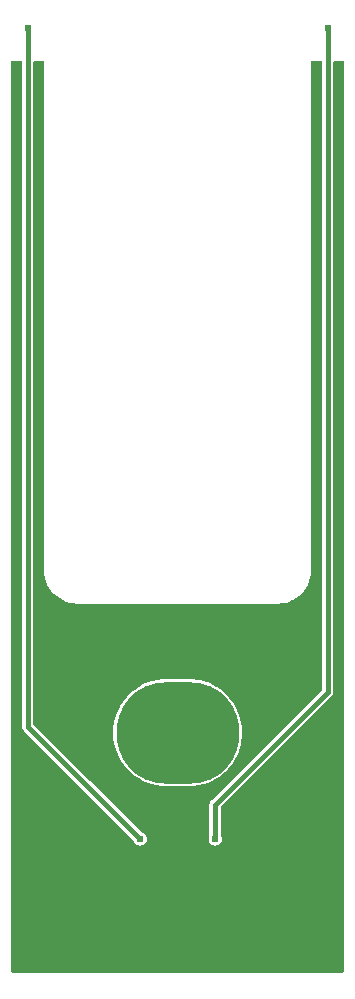
<source format=gbl>
G04 #@! TF.GenerationSoftware,KiCad,Pcbnew,6.0.10-86aedd382b~118~ubuntu18.04.1*
G04 #@! TF.CreationDate,2024-08-26T14:17:38-06:00*
G04 #@! TF.ProjectId,ckt-axle,636b742d-6178-46c6-952e-6b696361645f,rev?*
G04 #@! TF.SameCoordinates,Original*
G04 #@! TF.FileFunction,Copper,L2,Bot*
G04 #@! TF.FilePolarity,Positive*
%FSLAX46Y46*%
G04 Gerber Fmt 4.6, Leading zero omitted, Abs format (unit mm)*
G04 Created by KiCad (PCBNEW 6.0.10-86aedd382b~118~ubuntu18.04.1) date 2024-08-26 14:17:38*
%MOMM*%
%LPD*%
G01*
G04 APERTURE LIST*
G04 #@! TA.AperFunction,ComponentPad*
%ADD10O,10.400000X8.600000*%
G04 #@! TD*
G04 #@! TA.AperFunction,ViaPad*
%ADD11C,0.609600*%
G04 #@! TD*
G04 #@! TA.AperFunction,Conductor*
%ADD12C,0.457200*%
G04 #@! TD*
G04 APERTURE END LIST*
D10*
X128651000Y-106426000D03*
D11*
X129540000Y-125349000D03*
X118491000Y-124079000D03*
X128651000Y-125349000D03*
X121031000Y-117983000D03*
X120015000Y-117983000D03*
X127762000Y-125349000D03*
X122047000Y-117983000D03*
X119380000Y-124079000D03*
X115951000Y-46736000D03*
X125476000Y-115443000D03*
X141351000Y-46736000D03*
X131826000Y-115443000D03*
D12*
X115951000Y-46736000D02*
X115951000Y-105918000D01*
X115951000Y-105918000D02*
X125476000Y-115443000D01*
X141351000Y-102997000D02*
X131826000Y-112522000D01*
X131826000Y-112522000D02*
X131826000Y-115443000D01*
X141351000Y-46736000D02*
X141351000Y-102997000D01*
G04 #@! TA.AperFunction,Conductor*
G36*
X115410021Y-49550002D02*
G01*
X115456514Y-49603658D01*
X115467900Y-49656000D01*
X115467900Y-105849773D01*
X115466633Y-105861109D01*
X115467205Y-105861155D01*
X115466485Y-105870103D01*
X115464504Y-105878858D01*
X115465060Y-105887817D01*
X115467658Y-105929694D01*
X115467900Y-105937496D01*
X115467900Y-105952689D01*
X115468535Y-105957122D01*
X115469273Y-105962274D01*
X115470303Y-105972330D01*
X115472517Y-106008014D01*
X115473073Y-106016974D01*
X115476121Y-106025417D01*
X115477254Y-106030887D01*
X115479707Y-106040726D01*
X115481277Y-106046096D01*
X115482550Y-106054984D01*
X115486266Y-106063158D01*
X115486267Y-106063160D01*
X115501064Y-106095705D01*
X115504874Y-106105065D01*
X115520062Y-106147134D01*
X115525357Y-106154382D01*
X115527977Y-106159310D01*
X115533113Y-106168099D01*
X115536112Y-106172788D01*
X115539826Y-106180957D01*
X115545682Y-106187754D01*
X115545684Y-106187756D01*
X115557118Y-106201025D01*
X115569022Y-106214839D01*
X115575312Y-106222762D01*
X115579909Y-106229056D01*
X115579914Y-106229062D01*
X115582782Y-106232988D01*
X115593036Y-106243242D01*
X115599393Y-106250088D01*
X115630156Y-106285790D01*
X115637690Y-106290674D01*
X115644453Y-106296573D01*
X115644403Y-106296630D01*
X115654990Y-106305196D01*
X124907924Y-115558131D01*
X124935238Y-115599007D01*
X124987453Y-115725063D01*
X125077103Y-115841897D01*
X125193937Y-115931547D01*
X125329993Y-115987904D01*
X125338177Y-115988981D01*
X125338179Y-115988982D01*
X125467812Y-116006048D01*
X125476000Y-116007126D01*
X125484188Y-116006048D01*
X125613821Y-115988982D01*
X125613823Y-115988981D01*
X125622007Y-115987904D01*
X125758063Y-115931547D01*
X125874897Y-115841897D01*
X125964547Y-115725063D01*
X126020904Y-115589007D01*
X126040126Y-115443000D01*
X126020904Y-115296993D01*
X125964547Y-115160937D01*
X125874897Y-115044103D01*
X125758063Y-114954453D01*
X125632007Y-114902238D01*
X125591131Y-114874924D01*
X121221246Y-110505039D01*
X117150164Y-106433958D01*
X123191496Y-106433958D01*
X123191636Y-106436873D01*
X123210963Y-106839240D01*
X123211724Y-106855088D01*
X123270766Y-107272549D01*
X123368117Y-107682772D01*
X123502944Y-108082248D01*
X123674094Y-108467562D01*
X123880104Y-108835420D01*
X124119213Y-109182676D01*
X124121076Y-109184908D01*
X124121082Y-109184916D01*
X124275130Y-109369482D01*
X124389376Y-109506361D01*
X124391444Y-109508418D01*
X124679389Y-109794859D01*
X124688283Y-109803707D01*
X124690525Y-109805558D01*
X124690530Y-109805563D01*
X125011136Y-110070321D01*
X125011144Y-110070327D01*
X125013377Y-110072171D01*
X125015786Y-110073811D01*
X125015787Y-110073812D01*
X125359462Y-110307812D01*
X125359467Y-110307815D01*
X125361880Y-110309458D01*
X125364428Y-110310868D01*
X125364437Y-110310873D01*
X125628964Y-110457201D01*
X125730812Y-110513540D01*
X126117017Y-110682670D01*
X126119774Y-110683584D01*
X126119778Y-110683586D01*
X126506144Y-110811739D01*
X126517194Y-110815404D01*
X126520029Y-110816061D01*
X126925076Y-110909946D01*
X126925085Y-110909948D01*
X126927921Y-110910605D01*
X127345685Y-110967460D01*
X127348535Y-110967587D01*
X127348536Y-110967587D01*
X127637061Y-110980437D01*
X127637078Y-110980437D01*
X127638484Y-110980500D01*
X129659267Y-110980500D01*
X129660706Y-110980433D01*
X129660723Y-110980433D01*
X129808031Y-110973615D01*
X129972165Y-110966018D01*
X130389728Y-110907705D01*
X130392550Y-110907040D01*
X130392558Y-110907039D01*
X130797280Y-110811739D01*
X130797285Y-110811737D01*
X130800120Y-110811070D01*
X131199831Y-110676941D01*
X131272208Y-110644944D01*
X131582765Y-110507648D01*
X131582776Y-110507642D01*
X131585444Y-110506463D01*
X131651789Y-110469460D01*
X131951123Y-110302511D01*
X131951130Y-110302506D01*
X131953661Y-110301095D01*
X132284979Y-110073812D01*
X132298927Y-110064244D01*
X132298934Y-110064239D01*
X132301333Y-110062593D01*
X132625489Y-109792995D01*
X132909570Y-109508418D01*
X132921302Y-109496666D01*
X132921306Y-109496661D01*
X132923356Y-109494608D01*
X133192387Y-109169982D01*
X133311335Y-108995938D01*
X133428640Y-108824299D01*
X133428646Y-108824289D01*
X133430283Y-108821894D01*
X133431689Y-108819363D01*
X133431695Y-108819353D01*
X133633591Y-108455871D01*
X133633595Y-108455862D01*
X133635008Y-108453319D01*
X133636181Y-108450652D01*
X133636186Y-108450643D01*
X133803638Y-108070078D01*
X133803641Y-108070071D01*
X133804812Y-108067409D01*
X133938244Y-107667465D01*
X133972316Y-107521627D01*
X134033497Y-107259753D01*
X134033498Y-107259745D01*
X134034162Y-107256905D01*
X134091746Y-106839240D01*
X134110504Y-106418042D01*
X134101781Y-106236433D01*
X134090416Y-105999817D01*
X134090415Y-105999807D01*
X134090276Y-105996912D01*
X134084648Y-105957122D01*
X134031642Y-105582335D01*
X134031642Y-105582333D01*
X134031234Y-105579451D01*
X133933883Y-105169228D01*
X133799056Y-104769752D01*
X133627906Y-104384438D01*
X133421896Y-104016580D01*
X133182787Y-103669324D01*
X133180924Y-103667092D01*
X133180918Y-103667084D01*
X133026870Y-103482518D01*
X132912624Y-103345639D01*
X132622680Y-103057209D01*
X132615788Y-103050353D01*
X132615786Y-103050351D01*
X132613717Y-103048293D01*
X132611475Y-103046442D01*
X132611470Y-103046437D01*
X132290864Y-102781679D01*
X132290856Y-102781673D01*
X132288623Y-102779829D01*
X132237034Y-102744703D01*
X131942538Y-102544188D01*
X131942533Y-102544185D01*
X131940120Y-102542542D01*
X131937572Y-102541132D01*
X131937563Y-102541127D01*
X131673036Y-102394799D01*
X131571188Y-102338460D01*
X131184983Y-102169330D01*
X131182226Y-102168416D01*
X131182222Y-102168414D01*
X130787568Y-102037512D01*
X130787566Y-102037511D01*
X130784806Y-102036596D01*
X130696989Y-102016241D01*
X130376924Y-101942054D01*
X130376915Y-101942052D01*
X130374079Y-101941395D01*
X129956315Y-101884540D01*
X129953465Y-101884413D01*
X129953464Y-101884413D01*
X129664939Y-101871563D01*
X129664922Y-101871563D01*
X129663516Y-101871500D01*
X127642733Y-101871500D01*
X127641294Y-101871567D01*
X127641277Y-101871567D01*
X127493969Y-101878385D01*
X127329835Y-101885982D01*
X126912272Y-101944295D01*
X126909450Y-101944960D01*
X126909442Y-101944961D01*
X126504720Y-102040261D01*
X126504715Y-102040263D01*
X126501880Y-102040930D01*
X126102169Y-102175059D01*
X126099507Y-102176236D01*
X125719235Y-102344352D01*
X125719224Y-102344358D01*
X125716556Y-102345537D01*
X125714003Y-102346961D01*
X125350877Y-102549489D01*
X125350870Y-102549494D01*
X125348339Y-102550905D01*
X125203029Y-102650588D01*
X125003073Y-102787756D01*
X125003066Y-102787761D01*
X125000667Y-102789407D01*
X124998420Y-102791276D01*
X124734498Y-103010778D01*
X124676511Y-103059005D01*
X124674455Y-103061065D01*
X124390377Y-103345639D01*
X124378644Y-103357392D01*
X124376791Y-103359628D01*
X124376790Y-103359629D01*
X124360495Y-103379291D01*
X124109613Y-103682018D01*
X123990665Y-103856062D01*
X123873360Y-104027701D01*
X123873354Y-104027711D01*
X123871717Y-104030106D01*
X123870311Y-104032637D01*
X123870305Y-104032647D01*
X123668409Y-104396129D01*
X123668405Y-104396138D01*
X123666992Y-104398681D01*
X123665819Y-104401348D01*
X123665814Y-104401357D01*
X123498362Y-104781922D01*
X123497188Y-104784591D01*
X123363756Y-105184535D01*
X123363092Y-105187378D01*
X123272155Y-105576618D01*
X123267838Y-105595095D01*
X123210254Y-106012760D01*
X123191496Y-106433958D01*
X117150164Y-106433958D01*
X116471005Y-105754799D01*
X116436979Y-105692487D01*
X116434100Y-105665704D01*
X116434100Y-49656000D01*
X116454102Y-49587879D01*
X116507758Y-49541386D01*
X116560100Y-49530000D01*
X117222000Y-49530000D01*
X117290121Y-49550002D01*
X117336614Y-49603658D01*
X117348000Y-49656000D01*
X117348000Y-92672575D01*
X117345579Y-92697153D01*
X117343024Y-92710000D01*
X117343824Y-92714021D01*
X117361194Y-93023322D01*
X117413760Y-93332703D01*
X117500635Y-93634254D01*
X117620727Y-93924181D01*
X117772526Y-94198839D01*
X117954122Y-94454775D01*
X118163231Y-94688769D01*
X118397225Y-94897878D01*
X118653161Y-95079474D01*
X118927819Y-95231273D01*
X118931082Y-95232625D01*
X118931087Y-95232627D01*
X119214477Y-95350011D01*
X119217746Y-95351365D01*
X119519297Y-95438240D01*
X119828678Y-95490806D01*
X120137979Y-95508176D01*
X120142000Y-95508976D01*
X120154847Y-95506421D01*
X120179425Y-95504000D01*
X137122575Y-95504000D01*
X137147153Y-95506421D01*
X137160000Y-95508976D01*
X137164021Y-95508176D01*
X137473322Y-95490806D01*
X137782703Y-95438240D01*
X138084254Y-95351365D01*
X138087523Y-95350011D01*
X138370913Y-95232627D01*
X138370918Y-95232625D01*
X138374181Y-95231273D01*
X138648839Y-95079474D01*
X138904775Y-94897878D01*
X139138769Y-94688769D01*
X139347878Y-94454775D01*
X139529474Y-94198839D01*
X139681273Y-93924181D01*
X139801365Y-93634254D01*
X139888240Y-93332703D01*
X139940806Y-93023322D01*
X139958176Y-92714021D01*
X139958976Y-92710000D01*
X139956421Y-92697153D01*
X139954000Y-92672575D01*
X139954000Y-49656000D01*
X139974002Y-49587879D01*
X140027658Y-49541386D01*
X140080000Y-49530000D01*
X140741900Y-49530000D01*
X140810021Y-49550002D01*
X140856514Y-49603658D01*
X140867900Y-49656000D01*
X140867900Y-102744703D01*
X140847898Y-102812824D01*
X140830995Y-102833798D01*
X131532643Y-112132151D01*
X131523728Y-112139274D01*
X131524100Y-112139711D01*
X131517267Y-112145526D01*
X131509673Y-112150318D01*
X131475944Y-112188509D01*
X131470598Y-112194196D01*
X131459868Y-112204926D01*
X131457184Y-112208506D01*
X131457177Y-112208515D01*
X131454054Y-112212681D01*
X131447677Y-112220514D01*
X131418069Y-112254040D01*
X131414256Y-112262162D01*
X131411201Y-112266812D01*
X131405955Y-112275542D01*
X131403273Y-112280441D01*
X131397894Y-112287618D01*
X131394746Y-112296016D01*
X131394744Y-112296019D01*
X131382192Y-112329502D01*
X131378274Y-112338801D01*
X131359258Y-112379303D01*
X131357878Y-112388170D01*
X131356247Y-112393503D01*
X131353668Y-112403335D01*
X131352469Y-112408787D01*
X131349317Y-112417195D01*
X131348652Y-112426145D01*
X131346002Y-112461805D01*
X131344848Y-112471850D01*
X131342900Y-112484361D01*
X131342900Y-112498867D01*
X131342554Y-112508204D01*
X131339062Y-112555196D01*
X131340935Y-112563971D01*
X131341546Y-112572930D01*
X131341471Y-112572935D01*
X131342900Y-112586476D01*
X131342900Y-115122722D01*
X131333309Y-115170941D01*
X131281096Y-115296993D01*
X131261874Y-115443000D01*
X131281096Y-115589007D01*
X131337453Y-115725063D01*
X131427103Y-115841897D01*
X131543937Y-115931547D01*
X131679993Y-115987904D01*
X131688177Y-115988981D01*
X131688179Y-115988982D01*
X131817812Y-116006048D01*
X131826000Y-116007126D01*
X131834188Y-116006048D01*
X131963821Y-115988982D01*
X131963823Y-115988981D01*
X131972007Y-115987904D01*
X132108063Y-115931547D01*
X132224897Y-115841897D01*
X132314547Y-115725063D01*
X132370904Y-115589007D01*
X132390126Y-115443000D01*
X132370904Y-115296993D01*
X132318691Y-115170941D01*
X132309100Y-115122722D01*
X132309100Y-112774296D01*
X132329102Y-112706175D01*
X132346005Y-112685201D01*
X141644357Y-103386850D01*
X141653270Y-103379728D01*
X141652898Y-103379291D01*
X141659735Y-103373472D01*
X141667327Y-103368682D01*
X141675323Y-103359629D01*
X141701049Y-103330499D01*
X141706395Y-103324812D01*
X141717132Y-103314075D01*
X141719819Y-103310490D01*
X141719824Y-103310484D01*
X141722946Y-103306319D01*
X141729327Y-103298481D01*
X141752990Y-103271687D01*
X141758931Y-103264960D01*
X141762744Y-103256838D01*
X141765799Y-103252188D01*
X141771039Y-103243467D01*
X141773723Y-103238564D01*
X141779106Y-103231382D01*
X141794805Y-103189506D01*
X141798732Y-103180188D01*
X141813926Y-103147825D01*
X141817742Y-103139697D01*
X141819124Y-103130825D01*
X141820753Y-103125495D01*
X141823327Y-103115686D01*
X141824531Y-103110211D01*
X141827682Y-103101805D01*
X141830996Y-103057205D01*
X141832151Y-103047159D01*
X141833350Y-103039461D01*
X141833351Y-103039450D01*
X141834100Y-103034639D01*
X141834100Y-103020116D01*
X141834447Y-103010778D01*
X141837273Y-102972755D01*
X141837273Y-102972753D01*
X141837938Y-102963804D01*
X141836065Y-102955030D01*
X141835454Y-102946066D01*
X141835529Y-102946061D01*
X141834100Y-102932524D01*
X141834100Y-49656000D01*
X141854102Y-49587879D01*
X141907758Y-49541386D01*
X141960100Y-49530000D01*
X142622000Y-49530000D01*
X142690121Y-49550002D01*
X142736614Y-49603658D01*
X142748000Y-49656000D01*
X142748000Y-126620000D01*
X142727998Y-126688121D01*
X142674342Y-126734614D01*
X142622000Y-126746000D01*
X114680000Y-126746000D01*
X114611879Y-126725998D01*
X114565386Y-126672342D01*
X114554000Y-126620000D01*
X114554000Y-49656000D01*
X114574002Y-49587879D01*
X114627658Y-49541386D01*
X114680000Y-49530000D01*
X115341900Y-49530000D01*
X115410021Y-49550002D01*
G37*
G04 #@! TD.AperFunction*
M02*

</source>
